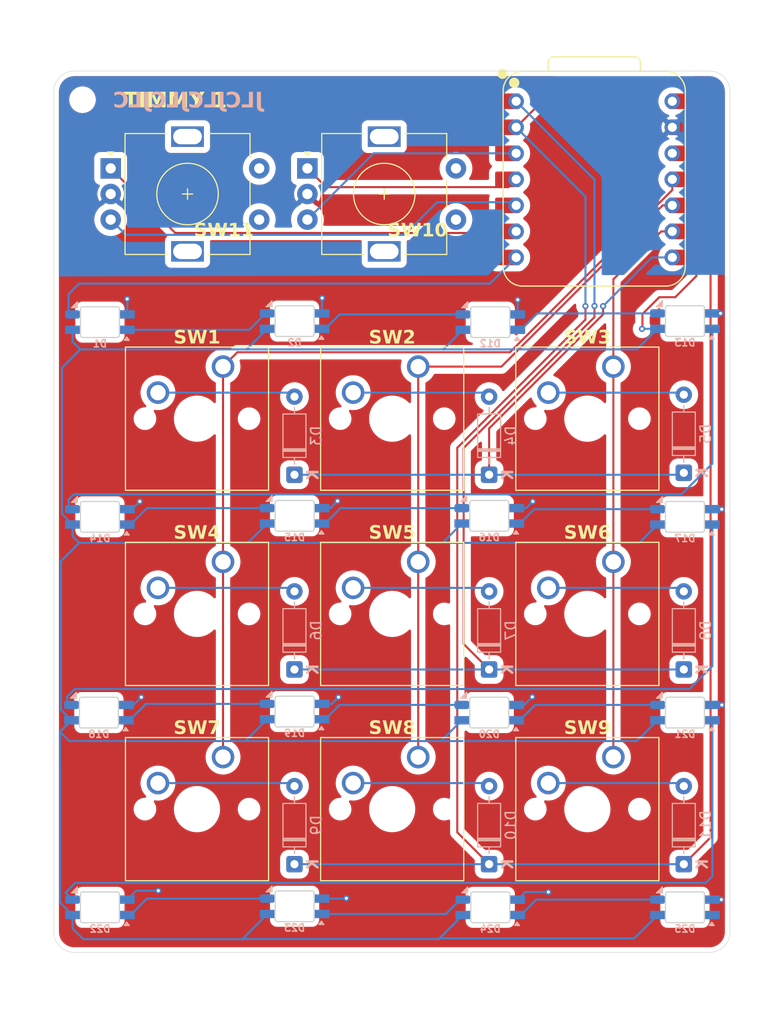
<source format=kicad_pcb>
(kicad_pcb (version 20241229) (generator "pcbnew") (generator_version "9.0")
  (layers (0 "F.Cu" signal) (4 "In1.Cu" signal) (6 "In2.Cu" signal) (2 "B.Cu" signal) (13 "F.Paste" user) (15 "B.Paste" user) (5 "F.SilkS" user "F.Silkscreen") (7 "B.SilkS" user "B.Silkscreen") (1 "F.Mask" user) (3 "B.Mask" user) (25 "Edge.Cuts" user))
  (net 0 "")
  (net 1 "Net-(D1-DOUT)")
  (net 2 "LED Array")
  (net 3 "GND")
  (net 4 "+5V")
  (net 5 "Net-(D12-DIN)")
  (net 6 "Row 0")
  (net 7 "Net-(D3-A)")
  (net 8 "Net-(D4-A)")
  (net 9 "Net-(D5-A)")
  (net 10 "Net-(D6-A)")
  (net 11 "Row 1")
  (net 12 "Net-(D7-A)")
  (net 13 "Net-(D8-A)")
  (net 14 "Net-(D9-A)")
  (net 15 "Row 2")
  (net 16 "Net-(D10-A)")
  (net 17 "Net-(D11-A)")
  (net 18 "Net-(D12-DOUT)")
  (net 19 "Net-(D13-DOUT)")
  (net 20 "Net-(D14-DOUT)")
  (net 21 "Net-(D15-DOUT)")
  (net 22 "Net-(D16-DOUT)")
  (net 23 "Net-(D20-DOUT)")
  (net 24 "Net-(D21-DOUT)")
  (net 25 "Net-(D17-DOUT)")
  (net 26 "Net-(D18-DOUT)")
  (net 27 "Net-(D19-DOUT)")
  (net 28 "Col 0")
  (net 29 "Col 1")
  (net 30 "Col 2")
  (net 31 "Net-(U1-GPIO29{slash}ADC3{slash}A3)")
  (net 32 "Net-(U1-GPIO28{slash}ADC2{slash}A2)")
  (net 37 "Net-(U1-GPIO7{slash}SCL)")
  (net 38 "Net-(U1-GPIO6{slash}SDA)")
  (net 40 "Net-(D22-DOUT)")
  (net 41 "Net-(D23-DOUT)")
  (net 42 "Net-(D24-DOUT)")
  (footprint "Button_Switch_Keyboard:SW_Cherry_MX_1.00u_PCB" (layer "F.Cu") (at 83.515 110.89125)
    (property "Reference" "SW4")
    (property "Value" "SW_Push")
  )
  (footprint "Button_Switch_Keyboard:SW_Cherry_MX_1.00u_PCB" (layer "F.Cu") (at 102.565 110.89125)
    (property "Reference" "SW5")
    (property "Value" "SW_Push")
  )
  (footprint "Button_Switch_Keyboard:SW_Cherry_MX_1.00u_PCB" (layer "F.Cu") (at 83.515 91.84125)
    (property "Reference" "SW1")
    (property "Value" "SW_Push")
  )
  (footprint "Rotary_Encoder:RotaryEncoder_Alps_EC11E-Switch_Vertical_H20mm" (layer "F.Cu") (at 91.75 72.5)
    (property "Reference" "SW10")
    (property "Value" "RotaryEncoder_Switch")
  )
  (footprint "Button_Switch_Keyboard:SW_Cherry_MX_1.00u_PCB" (layer "F.Cu") (at 121.615 129.94125)
    (property "Reference" "SW9")
    (property "Value" "SW_Push")
  )
  (footprint "Button_Switch_Keyboard:SW_Cherry_MX_1.00u_PCB" (layer "F.Cu") (at 83.515 129.94125)
    (property "Reference" "SW7")
    (property "Value" "SW_Push")
  )
  (footprint "MountingHole:MountingHole_2.1mm" (layer "F.Cu") (at 69.8 65.8)
    (property "Reference" "REF**" (hide yes))
    (property "Value" "MountingHole_2.1mm")
  )
  (footprint "OPL:XIAO-RP2040-DIP" (layer "F.Cu") (at 119.745 73.5685)
    (property "Reference" "U1" (hide yes))
    (property "Value" "XIAO-RP2040-DIP")
  )
  (footprint "Button_Switch_Keyboard:SW_Cherry_MX_1.00u_PCB" (layer "F.Cu") (at 102.565 91.84125)
    (property "Reference" "SW2")
    (property "Value" "SW_Push")
  )
  (footprint "Button_Switch_Keyboard:SW_Cherry_MX_1.00u_PCB" (layer "F.Cu") (at 102.565 129.94125)
    (property "Reference" "SW8")
    (property "Value" "SW_Push")
  )
  (footprint "Rotary_Encoder:RotaryEncoder_Alps_EC11E-Switch_Vertical_H20mm" (layer "F.Cu") (at 72.55 72.5)
    (property "Reference" "SW11")
    (property "Value" "RotaryEncoder_Switch")
  )
  (footprint "Button_Switch_Keyboard:SW_Cherry_MX_1.00u_PCB" (layer "F.Cu") (at 121.615 110.89125)
    (property "Reference" "SW6")
    (property "Value" "SW_Push")
  )
  (footprint "Button_Switch_Keyboard:SW_Cherry_MX_1.00u_PCB" (layer "F.Cu") (at 121.615 91.84125)
    (property "Reference" "SW3")
    (property "Value" "SW_Push")
  )
  (footprint "libraries:sk6812-mini-e" (layer "B.Cu") (at 128.6 125.6 180)
    (property "Reference" "D21")
    (property "Value" "SK6812MINI" (hide yes))
    (fp_line (start 1.9 1.3) (end 1.9 -1.3) (stroke (width 0.12)) (layer "Edge.Cuts"))
    (fp_line (start 1.7 -1.5) (end -1.7 -1.5) (stroke (width 0.12)) (layer "Edge.Cuts"))
    (fp_line (start -1.7 1.5) (end 1.7 1.5) (stroke (width 0.12)) (layer "Edge.Cuts"))
    (fp_line (start -1.9 -1.3) (end -1.9 1.3) (stroke (width 0.12)) (layer "Edge.Cuts"))
    (fp_arc (start 1.9 1.3) (mid 1.841421 1.441421) (end 1.7 1.5) (stroke (width 0.12)) (layer "Edge.Cuts"))
    (fp_arc (start 1.7 -1.5) (mid 1.841421 -1.441421) (end 1.9 -1.3) (stroke (width 0.12)) (layer "Edge.Cuts"))
    (fp_arc (start -1.7 1.5) (mid -1.841421 1.441421) (end -1.9 1.3) (stroke (width 0.12)) (layer "Edge.Cuts"))
    (fp_arc (start -1.9 -1.3) (mid -1.841421 -1.441421) (end -1.7 -1.5) (stroke (width 0.12)) (layer "Edge.Cuts"))
  )
  (footprint "libraries:sk6812-mini-e" (layer "B.Cu") (at 109.6 144.6 180)
    (property "Reference" "D24")
    (property "Value" "SK6812MINI" (hide yes))
    (fp_line (start 1.9 1.3) (end 1.9 -1.3) (stroke (width 0.12)) (layer "Edge.Cuts"))
    (fp_line (start 1.7 -1.5) (end -1.7 -1.5) (stroke (width 0.12)) (layer "Edge.Cuts"))
    (fp_line (start -1.7 1.5) (end 1.7 1.5) (stroke (width 0.12)) (layer "Edge.Cuts"))
    (fp_line (start -1.9 -1.3) (end -1.9 1.3) (stroke (width 0.12)) (layer "Edge.Cuts"))
    (fp_arc (start 1.9 1.3) (mid 1.841421 1.441421) (end 1.7 1.5) (stroke (width 0.12)) (layer "Edge.Cuts"))
    (fp_arc (start 1.7 -1.5) (mid 1.841421 -1.441421) (end 1.9 -1.3) (stroke (width 0.12)) (layer "Edge.Cuts"))
    (fp_arc (start -1.7 1.5) (mid -1.841421 1.441421) (end -1.9 1.3) (stroke (width 0.12)) (layer "Edge.Cuts"))
    (fp_arc (start -1.9 -1.3) (mid -1.841421 -1.441421) (end -1.7 -1.5) (stroke (width 0.12)) (layer "Edge.Cuts"))
  )
  (footprint "libraries:sk6812-mini-e" (layer "B.Cu") (at 128.6 87.4 180)
    (property "Reference" "D13")
    (property "Value" "SK6812MINI" (hide yes))
    (fp_line (start 1.9 1.3) (end 1.9 -1.3) (stroke (width 0.12)) (layer "Edge.Cuts"))
    (fp_line (start 1.7 -1.5) (end -1.7 -1.5) (stroke (width 0.12)) (layer "Edge.Cuts"))
    (fp_line (start -1.7 1.5) (end 1.7 1.5) (stroke (width 0.12)) (layer "Edge.Cuts"))
    (fp_line (start -1.9 -1.3) (end -1.9 1.3) (stroke (width 0.12)) (layer "Edge.Cuts"))
    (fp_arc (start 1.9 1.3) (mid 1.841421 1.441421) (end 1.7 1.5) (stroke (width 0.12)) (layer "Edge.Cuts"))
    (fp_arc (start 1.7 -1.5) (mid 1.841421 -1.441421) (end 1.9 -1.3) (stroke (width 0.12)) (layer "Edge.Cuts"))
    (fp_arc (start -1.7 1.5) (mid -1.841421 1.441421) (end -1.9 1.3) (stroke (width 0.12)) (layer "Edge.Cuts"))
    (fp_arc (start -1.9 -1.3) (mid -1.841421 -1.441421) (end -1.7 -1.5) (stroke (width 0.12)) (layer "Edge.Cuts"))
  )
  (footprint "libraries:sk6812-mini-e" (layer "B.Cu") (at 109.5 125.6 180)
    (property "Reference" "D20")
    (property "Value" "SK6812MINI" (hide yes))
    (fp_line (start 1.9 1.3) (end 1.9 -1.3) (stroke (width 0.12)) (layer "Edge.Cuts"))
    (fp_line (start 1.7 -1.5) (end -1.7 -1.5) (stroke (width 0.12)) (layer "Edge.Cuts"))
    (fp_line (start -1.7 1.5) (end 1.7 1.5) (stroke (width 0.12)) (layer "Edge.Cuts"))
    (fp_line (start -1.9 -1.3) (end -1.9 1.3) (stroke (width 0.12)) (layer "Edge.Cuts"))
    (fp_arc (start 1.9 1.3) (mid 1.841421 1.441421) (end 1.7 1.5) (stroke (width 0.12)) (layer "Edge.Cuts"))
    (fp_arc (start 1.7 -1.5) (mid 1.841421 -1.441421) (end 1.9 -1.3) (stroke (width 0.12)) (layer "Edge.Cuts"))
    (fp_arc (start -1.7 1.5) (mid -1.841421 1.441421) (end -1.9 1.3) (stroke (width 0.12)) (layer "Edge.Cuts"))
    (fp_arc (start -1.9 -1.3) (mid -1.841421 -1.441421) (end -1.7 -1.5) (stroke (width 0.12)) (layer "Edge.Cuts"))
  )
  (footprint "Diode_THT:D_DO-35_SOD27_P7.62mm_Horizontal" (layer "B.Cu") (at 90.4875 102.39375 90)
    (property "Reference" "D3")
    (property "Value" "1N4148")
  )
  (footprint "libraries:sk6812-mini-e" (layer "B.Cu") (at 71.4 125.6 180)
    (property "Reference" "D18")
    (property "Value" "SK6812MINI" (hide yes))
    (fp_line (start 1.9 1.3) (end 1.9 -1.3) (stroke (width 0.12)) (layer "Edge.Cuts"))
    (fp_line (start 1.7 -1.5) (end -1.7 -1.5) (stroke (width 0.12)) (layer "Edge.Cuts"))
    (fp_line (start -1.7 1.5) (end 1.7 1.5) (stroke (width 0.12)) (layer "Edge.Cuts"))
    (fp_line (start -1.9 -1.3) (end -1.9 1.3) (stroke (width 0.12)) (layer "Edge.Cuts"))
    (fp_arc (start 1.9 1.3) (mid 1.841421 1.441421) (end 1.7 1.5) (stroke (width 0.12)) (layer "Edge.Cuts"))
    (fp_arc (start 1.7 -1.5) (mid 1.841421 -1.441421) (end 1.9 -1.3) (stroke (width 0.12)) (layer "Edge.Cuts"))
    (fp_arc (start -1.7 1.5) (mid -1.841421 1.441421) (end -1.9 1.3) (stroke (width 0.12)) (layer "Edge.Cuts"))
    (fp_arc (start -1.9 -1.3) (mid -1.841421 -1.441421) (end -1.7 -1.5) (stroke (width 0.12)) (layer "Edge.Cuts"))
  )
  (footprint "libraries:sk6812-mini-e" (layer "B.Cu") (at 109.5 106.4 180)
    (property "Reference" "D16")
    (property "Value" "SK6812MINI" (hide yes))
    (fp_line (start 1.9 1.3) (end 1.9 -1.3) (stroke (width 0.12)) (layer "Edge.Cuts"))
    (fp_line (start 1.7 -1.5) (end -1.7 -1.5) (stroke (width 0.12)) (layer "Edge.Cuts"))
    (fp_line (start -1.7 1.5) (end 1.7 1.5) (stroke (width 0.12)) (layer "Edge.Cuts"))
    (fp_line (start -1.9 -1.3) (end -1.9 1.3) (stroke (width 0.12)) (layer "Edge.Cuts"))
    (fp_arc (start 1.9 1.3) (mid 1.841421 1.441421) (end 1.7 1.5) (stroke (width 0.12)) (layer "Edge.Cuts"))
    (fp_arc (start 1.7 -1.5) (mid 1.841421 -1.441421) (end 1.9 -1.3) (stroke (width 0.12)) (layer "Edge.Cuts"))
    (fp_arc (start -1.7 1.5) (mid -1.841421 1.441421) (end -1.9 1.3) (stroke (width 0.12)) (layer "Edge.Cuts"))
    (fp_arc (start -1.9 -1.3) (mid -1.841421 -1.441421) (end -1.7 -1.5) (stroke (width 0.12)) (layer "Edge.Cuts"))
  )
  (footprint "libraries:sk6812-mini-e" (layer "B.Cu") (at 90.5 144.5 180)
    (property "Reference" "D23")
    (property "Value" "SK6812MINI" (hide yes))
    (fp_line (start 1.9 1.3) (end 1.9 -1.3) (stroke (width 0.12)) (layer "Edge.Cuts"))
    (fp_line (start 1.7 -1.5) (end -1.7 -1.5) (stroke (width 0.12)) (layer "Edge.Cuts"))
    (fp_line (start -1.7 1.5) (end 1.7 1.5) (stroke (width 0.12)) (layer "Edge.Cuts"))
    (fp_line (start -1.9 -1.3) (end -1.9 1.3) (stroke (width 0.12)) (layer "Edge.Cuts"))
    (fp_arc (start 1.9 1.3) (mid 1.841421 1.441421) (end 1.7 1.5) (stroke (width 0.12)) (layer "Edge.Cuts"))
    (fp_arc (start 1.7 -1.5) (mid 1.841421 -1.441421) (end 1.9 -1.3) (stroke (width 0.12)) (layer "Edge.Cuts"))
    (fp_arc (start -1.7 1.5) (mid -1.841421 1.441421) (end -1.9 1.3) (stroke (width 0.12)) (layer "Edge.Cuts"))
    (fp_arc (start -1.9 -1.3) (mid -1.841421 -1.441421) (end -1.7 -1.5) (stroke (width 0.12)) (layer "Edge.Cuts"))
  )
  (footprint "libraries:sk6812-mini-e" (layer "B.Cu") (at 90.5 87.4 180)
    (property "Reference" "D2")
    (property "Value" "SK6812MINI" (hide yes))
    (fp_line (start 1.9 1.3) (end 1.9 -1.3) (stroke (width 0.12)) (layer "Edge.Cuts"))
    (fp_line (start 1.7 -1.5) (end -1.7 -1.5) (stroke (width 0.12)) (layer "Edge.Cuts"))
    (fp_line (start -1.7 1.5) (end 1.7 1.5) (stroke (width 0.12)) (layer "Edge.Cuts"))
    (fp_line (start -1.9 -1.3) (end -1.9 1.3) (stroke (width 0.12)) (layer "Edge.Cuts"))
    (fp_arc (start 1.9 1.3) (mid 1.841421 1.441421) (end 1.7 1.5) (stroke (width 0.12)) (layer "Edge.Cuts"))
    (fp_arc (start 1.7 -1.5) (mid 1.841421 -1.441421) (end 1.9 -1.3) (stroke (width 0.12)) (layer "Edge.Cuts"))
    (fp_arc (start -1.7 1.5) (mid -1.841421 1.441421) (end -1.9 1.3) (stroke (width 0.12)) (layer "Edge.Cuts"))
    (fp_arc (start -1.9 -1.3) (mid -1.841421 -1.441421) (end -1.7 -1.5) (stroke (width 0.12)) (layer "Edge.Cuts"))
  )
  (footprint "libraries:sk6812-mini-e" (layer "B.Cu") (at 90.5 106.4 180)
    (property "Reference" "D15")
    (property "Value" "SK6812MINI" (hide yes))
    (fp_line (start 1.9 1.3) (end 1.9 -1.3) (stroke (width 0.12)) (layer "Edge.Cuts"))
    (fp_line (start 1.7 -1.5) (end -1.7 -1.5) (stroke (width 0.12)) (layer "Edge.Cuts"))
    (fp_line (start -1.7 1.5) (end 1.7 1.5) (stroke (width 0.12)) (layer "Edge.Cuts"))
    (fp_line (start -1.9 -1.3) (end -1.9 1.3) (stroke (width 0.12)) (layer "Edge.Cuts"))
    (fp_arc (start 1.9 1.3) (mid 1.841421 1.441421) (end 1.7 1.5) (stroke (width 0.12)) (layer "Edge.Cuts"))
    (fp_arc (start 1.7 -1.5) (mid 1.841421 -1.441421) (end 1.9 -1.3) (stroke (width 0.12)) (layer "Edge.Cuts"))
    (fp_arc (start -1.7 1.5) (mid -1.841421 1.441421) (end -1.9 1.3) (stroke (width 0.12)) (layer "Edge.Cuts"))
    (fp_arc (start -1.9 -1.3) (mid -1.841421 -1.441421) (end -1.7 -1.5) (stroke (width 0.12)) (layer "Edge.Cuts"))
  )
  (footprint "libraries:sk6812-mini-e" (layer "B.Cu") (at 90.5 125.5 180)
    (property "Reference" "D19")
    (property "Value" "SK6812MINI" (hide yes))
    (fp_line (start 1.9 1.3) (end 1.9 -1.3) (stroke (width 0.12)) (layer "Edge.Cuts"))
    (fp_line (start 1.7 -1.5) (end -1.7 -1.5) (stroke (width 0.12)) (layer "Edge.Cuts"))
    (fp_line (start -1.7 1.5) (end 1.7 1.5) (stroke (width 0.12)) (layer "Edge.Cuts"))
    (fp_line (start -1.9 -1.3) (end -1.9 1.3) (stroke (width 0.12)) (layer "Edge.Cuts"))
    (fp_arc (start 1.9 1.3) (mid 1.841421 1.441421) (end 1.7 1.5) (stroke (width 0.12)) (layer "Edge.Cuts"))
    (fp_arc (start 1.7 -1.5) (mid 1.841421 -1.441421) (end 1.9 -1.3) (stroke (width 0.12)) (layer "Edge.Cuts"))
    (fp_arc (start -1.7 1.5) (mid -1.841421 1.441421) (end -1.9 1.3) (stroke (width 0.12)) (layer "Edge.Cuts"))
    (fp_arc (start -1.9 -1.3) (mid -1.841421 -1.441421) (end -1.7 -1.5) (stroke (width 0.12)) (layer "Edge.Cuts"))
  )
  (footprint "Diode_THT:D_DO-35_SOD27_P7.62mm_Horizontal" (layer "B.Cu") (at 109.4875 102.39375 90)
    (property "Reference" "D4")
    (property "Value" "1N4148")
  )
  (footprint "Diode_THT:D_DO-35_SOD27_P7.62mm_Horizontal" (layer "B.Cu") (at 128.4875 102.20375 90)
    (property "Reference" "D5")
    (property "Value" "1N4148")
  )
  (footprint "Diode_THT:D_DO-35_SOD27_P7.62mm_Horizontal" (layer "B.Cu") (at 109.4875 140.39375 90)
    (property "Reference" "D10")
    (property "Value" "1N4148")
  )
  (footprint "libraries:sk6812-mini-e" (layer "B.Cu") (at 109.6 87.5 180)
    (property "Reference" "D12")
    (property "Value" "SK6812MINI" (hide yes))
    (fp_line (start 1.9 1.3) (end 1.9 -1.3) (stroke (width 0.12)) (layer "Edge.Cuts"))
    (fp_line (start 1.7 -1.5) (end -1.7 -1.5) (stroke (width 0.12)) (layer "Edge.Cuts"))
    (fp_line (start -1.7 1.5) (end 1.7 1.5) (stroke (width 0.12)) (layer "Edge.Cuts"))
    (fp_line (start -1.9 -1.3) (end -1.9 1.3) (stroke (width 0.12)) (layer "Edge.Cuts"))
    (fp_arc (start 1.9 1.3) (mid 1.841421 1.441421) (end 1.7 1.5) (stroke (width 0.12)) (layer "Edge.Cuts"))
    (fp_arc (start 1.7 -1.5) (mid 1.841421 -1.441421) (end 1.9 -1.3) (stroke (width 0.12)) (layer "Edge.Cuts"))
    (fp_arc (start -1.7 1.5) (mid -1.841421 1.441421) (end -1.9 1.3) (stroke (width 0.12)) (layer "Edge.Cuts"))
    (fp_arc (start -1.9 -1.3) (mid -1.841421 -1.441421) (end -1.7 -1.5) (stroke (width 0.12)) (layer "Edge.Cuts"))
  )
  (footprint "libraries:sk6812-mini-e" (layer "B.Cu") (at 71.5 106.5 180)
    (property "Reference" "D14")
    (property "Value" "SK6812MINI" (hide yes))
    (fp_line (start 1.9 1.3) (end 1.9 -1.3) (stroke (width 0.12)) (layer "Edge.Cuts"))
    (fp_line (start 1.7 -1.5) (end -1.7 -1.5) (stroke (width 0.12)) (layer "Edge.Cuts"))
    (fp_line (start -1.7 1.5) (end 1.7 1.5) (stroke (width 0.12)) (layer "Edge.Cuts"))
    (fp_line (start -1.9 -1.3) (end -1.9 1.3) (stroke (width 0.12)) (layer "Edge.Cuts"))
    (fp_arc (start 1.9 1.3) (mid 1.841421 1.441421) (end 1.7 1.5) (stroke (width 0.12)) (layer "Edge.Cuts"))
    (fp_arc (start 1.7 -1.5) (mid 1.841421 -1.441421) (end 1.9 -1.3) (stroke (width 0.12)) (layer "Edge.Cuts"))
    (fp_arc (start -1.7 1.5) (mid -1.841421 1.441421) (end -1.9 1.3) (stroke (width 0.12)) (layer "Edge.Cuts"))
    (fp_arc (start -1.9 -1.3) (mid -1.841421 -1.441421) (end -1.7 -1.5) (stroke (width 0.12)) (layer "Edge.Cuts"))
  )
  (footprint "Diode_THT:D_DO-35_SOD27_P7.62mm_Horizontal" (layer "B.Cu") (at 90.4875 121.39375 90)
    (property "Reference" "D6")
    (property "Value" "1N4148")
  )
  (footprint "libraries:sk6812-mini-e" (layer "B.Cu") (at 128.6 144.6 180)
    (property "Reference" "D25")
    (property "Value" "SK6812MINI" (hide yes))
    (fp_line (start 1.9 1.3) (end 1.9 -1.3) (stroke (width 0.12)) (layer "Edge.Cuts"))
    (fp_line (start 1.7 -1.5) (end -1.7 -1.5) (stroke (width 0.12)) (layer "Edge.Cuts"))
    (fp_line (start -1.7 1.5) (end 1.7 1.5) (stroke (width 0.12)) (layer "Edge.Cuts"))
    (fp_line (start -1.9 -1.3) (end -1.9 1.3) (stroke (width 0.12)) (layer "Edge.Cuts"))
    (fp_arc (start 1.9 1.3) (mid 1.841421 1.441421) (end 1.7 1.5) (stroke (width 0.12)) (layer "Edge.Cuts"))
    (fp_arc (start 1.7 -1.5) (mid 1.841421 -1.441421) (end 1.9 -1.3) (stroke (width 0.12)) (layer "Edge.Cuts"))
    (fp_arc (start -1.7 1.5) (mid -1.841421 1.441421) (end -1.9 1.3) (stroke (width 0.12)) (layer "Edge.Cuts"))
    (fp_arc (start -1.9 -1.3) (mid -1.841421 -1.441421) (end -1.7 -1.5) (stroke (width 0.12)) (layer "Edge.Cuts"))
  )
  (footprint "Diode_THT:D_DO-35_SOD27_P7.62mm_Horizontal" (layer "B.Cu") (at 109.4875 121.39375 90)
    (property "Reference" "D7")
    (property "Value" "1N4148")
  )
  (footprint "libraries:sk6812-mini-e" (layer "B.Cu") (at 128.6 106.5 180)
    (property "Reference" "D17")
    (property "Value" "SK6812MINI" (hide yes))
    (fp_line (start 1.9 1.3) (end 1.9 -1.3) (stroke (width 0.12)) (layer "Edge.Cuts"))
    (fp_line (start 1.7 -1.5) (end -1.7 -1.5) (stroke (width 0.12)) (layer "Edge.Cuts"))
    (fp_line (start -1.7 1.5) (end 1.7 1.5) (stroke (width 0.12)) (layer "Edge.Cuts"))
    (fp_line (start -1.9 -1.3) (end -1.9 1.3) (stroke (width 0.12)) (layer "Edge.Cuts"))
    (fp_arc (start 1.9 1.3) (mid 1.841421 1.441421) (end 1.7 1.5) (stroke (width 0.12)) (layer "Edge.Cuts"))
    (fp_arc (start 1.7 -1.5) (mid 1.841421 -1.441421) (end 1.9 -1.3) (stroke (width 0.12)) (layer "Edge.Cuts"))
    (fp_arc (start -1.7 1.5) (mid -1.841421 1.441421) (end -1.9 1.3) (stroke (width 0.12)) (layer "Edge.Cuts"))
    (fp_arc (start -1.9 -1.3) (mid -1.841421 -1.441421) (end -1.7 -1.5) (stroke (width 0.12)) (layer "Edge.Cuts"))
  )
  (footprint "Diode_THT:D_DO-35_SOD27_P7.62mm_Horizontal" (layer "B.Cu") (at 128.4875 140.39375 90)
    (property "Reference" "D11")
    (property "Value" "1N4148")
  )
  (footprint "Diode_THT:D_DO-35_SOD27_P7.62mm_Horizontal" (layer "B.Cu") (at 128.4875 121.39375 90)
    (property "Reference" "D8")
    (property "Value" "1N4148")
  )
  (footprint "libraries:sk6812-mini-e" (layer "B.Cu") (at 71.5 144.6 180)
    (property "Reference" "D22")
    (property "Value" "SK6812MINI" (hide yes))
    (fp_line (start 1.9 1.3) (end 1.9 -1.3) (stroke (width 0.12)) (layer "Edge.Cuts"))
    (fp_line (start 1.7 -1.5) (end -1.7 -1.5) (stroke (width 0.12)) (layer "Edge.Cuts"))
    (fp_line (start -1.7 1.5) (end 1.7 1.5) (stroke (width 0.12)) (layer "Edge.Cuts"))
    (fp_line (start -1.9 -1.3) (end -1.9 1.3) (stroke (width 0.12)) (layer "Edge.Cuts"))
    (fp_arc (start 1.9 1.3) (mid 1.841421 1.441421) (end 1.7 1.5) (stroke (width 0.12)) (layer "Edge.Cuts"))
    (fp_arc (start 1.7 -1.5) (mid 1.841421 -1.441421) (end 1.9 -1.3) (stroke (width 0.12)) (layer "Edge.Cuts"))
    (fp_arc (start -1.7 1.5) (mid -1.841421 1.441421) (end -1.9 1.3) (stroke (width 0.12)) (layer "Edge.Cuts"))
    (fp_arc (start -1.9 -1.3) (mid -1.841421 -1.441421) (end -1.7 -1.5) (stroke (width 0.12)) (layer "Edge.Cuts"))
  )
  (footprint "libraries:sk6812-mini-e" (layer "B.Cu") (at 71.5 87.5 180)
    (property "Reference" "D1")
    (property "Value" "SK6812MINI" (hide yes))
    (fp_line (start 1.9 1.3) (end 1.9 -1.3) (stroke (width 0.12)) (layer "Edge.Cuts"))
    (fp_line (start 1.7 -1.5) (end -1.7 -1.5) (stroke (width 0.12)) (layer "Edge.Cuts"))
    (fp_line (start -1.7 1.5) (end 1.7 1.5) (stroke (width 0.12)) (layer "Edge.Cuts"))
    (fp_line (start -1.9 -1.3) (end -1.9 1.3) (stroke (width 0.12)) (layer "Edge.Cuts"))
    (fp_arc (start 1.9 1.3) (mid 1.841421 1.441421) (end 1.7 1.5) (stroke (width 0.12)) (layer "Edge.Cuts"))
    (fp_arc (start 1.7 -1.5) (mid 1.841421 -1.441421) (end 1.9 -1.3) (stroke (width 0.12)) (layer "Edge.Cuts"))
    (fp_arc (start -1.7 1.5) (mid -1.841421 1.441421) (end -1.9 1.3) (stroke (width 0.12)) (layer "Edge.Cuts"))
    (fp_arc (start -1.9 -1.3) (mid -1.841421 -1.441421) (end -1.7 -1.5) (stroke (width 0.12)) (layer "Edge.Cuts"))
  )
  (footprint "Diode_THT:D_DO-35_SOD27_P7.62mm_Horizontal" (layer "B.Cu") (at 90.4875 140.39375 90)
    (property "Reference" "D9")
    (property "Value" "1N4148")
  )
  (gr_line (start 67 147) (end 67 65) (stroke (width 0.05)) (layer "Edge.Cuts"))
  (gr_line (start 131 149) (end 69 149) (stroke (width 0.05)) (layer "Edge.Cuts"))
  (gr_arc (start 133 147) (mid 132.414214 148.414214) (end 131 149) (stroke (width 0.05)) (layer "Edge.Cuts"))
  (gr_line (start 69 63) (end 131 63) (stroke (width 0.05)) (layer "Edge.Cuts"))
  (gr_line (start 133 65) (end 133 147) (stroke (width 0.05)) (layer "Edge.Cuts"))
  (gr_arc (start 131 63) (mid 132.414214 63.585786) (end 133 65) (stroke (width 0.05)) (layer "Edge.Cuts"))
  (gr_arc (start 69 149) (mid 67.585786 148.414214) (end 67 147) (stroke (width 0.05)) (layer "Edge.Cuts"))
  (gr_arc (start 67 65) (mid 67.585786 63.585786) (end 69 63) (stroke (width 0.05)) (layer "Edge.Cuts"))
  (gr_text "TIMMY 1" (at 73.8 66.8 0) (layer "F.SilkS") (effects (font (size 1.5 1.5) (thickness 0.375)) (justify left bottom)))
  (gr_text "JLCJLCJLCJLC" (at 87.41 66.81 0) (layer "B.SilkS") (effects (font (size 1.5 1.5) (thickness 0.1875)) (justify left bottom mirror)))
  (segment (start 74.175 88.25) (end 86.072892 88.25) (width 0.2) (layer "B.Cu") (net 1))
  (segment (start 87.672892 86.65) (end 87.825 86.65) (width 0.2) (layer "B.Cu") (net 1))
  (segment (start 86.072892 88.25) (end 87.672892 86.65) (width 0.2) (layer "B.Cu") (net 1))
  (segment (start 112.125 81.1885) (end 109.5735 83.74) (width 0.2) (layer "B.Cu") (net 2))
  (segment (start 68.445 84.765) (end 68.445 86.37) (width 0.2) (layer "B.Cu") (net 2))
  (segment (start 68.445 86.37) (end 68.825 86.75) (width 0.2) (layer "B.Cu") (net 2))
  (segment (start 109.5735 83.74) (end 69.47 83.74) (width 0.2) (layer "B.Cu") (net 2))
  (segment (start 69.47 83.74) (end 68.445 84.765) (width 0.2) (layer "B.Cu") (net 2))
  (via (at 93.19 85.15) (size 0.6) (drill 0.3) (layers "F.Cu" "B.Cu") (net 3))
  (via (at 75.54 124.1) (size 0.6) (drill 0.3) (layers "F.Cu" "B.Cu") (net 3))
  (via (at 113.7 124.07) (size 0.6) (drill 0.3) (layers "F.Cu" "B.Cu") (net 3))
  (via (at 94.78 124.1) (size 0.6) (drill 0.3) (layers "F.Cu" "B.Cu") (net 3))
  (via (at 94.69 104.96) (size 0.6) (drill 0.3) (layers "F.Cu" "B.Cu") (net 3))
  (via (at 132.07 86.65) (size 0.6) (drill 0.3) (layers "F.Cu" "B.Cu") (net 3))
  (via (at 74.16 85.24) (size 0.6) (drill 0.3) (layers "F.Cu" "B.Cu") (net 3))
  (via (at 113.75 105) (size 0.6) (drill 0.3) (layers "F.Cu" "B.Cu") (net 3))
  (via (at 75.39 105) (size 0.6) (drill 0.3) (layers "F.Cu" "B.Cu") (net 3))
  (via (at 132.2 124.86) (size 0.6) (drill 0.3) (layers "F.Cu" "B.Cu") (net 3))
  (via (at 115.27 143.11) (size 0.6) (drill 0.3) (layers "F.Cu" "B.Cu") (net 3))
  (via (at 112.28 85.32) (size 0.6) (drill 0.3) (layers "F.Cu" "B.Cu") (net 3))
  (via (at 132.15 143.85) (size 0.6) (drill 0.3) (layers "F.Cu" "B.Cu") (net 3))
  (via (at 95.55 143.72) (size 0.6) (drill 0.3) (layers "F.Cu" "B.Cu") (net 3))
  (via (at 132.19 105.76) (size 0.6) (drill 0.3) (layers "F.Cu" "B.Cu") (net 3))
  (via (at 77.2 142.98) (size 0.6) (drill 0.3) (layers "F.Cu" "B.Cu") (net 3))
  (segment (start 94.13 124.75) (end 94.78 124.1) (width 0.2) (layer "B.Cu") (net 3))
  (segment (start 112.275 85.325) (end 112.28 85.32) (width 0.2) (layer "B.Cu") (net 3))
  (segment (start 131.275 105.75) (end 131.285 105.76) (width 0.2) (layer "B.Cu") (net 3))
  (segment (start 112.275 86.75) (end 112.275 85.325) (width 0.2) (layer "B.Cu") (net 3))
  (segment (start 74.175 143.85) (end 75.045 142.98) (width 0.2) (layer "B.Cu") (net 3))
  (segment (start 112.92 124.85) (end 113.7 124.07) (width 0.2) (layer "B.Cu") (net 3))
  (segment (start 74.175 105.75) (end 74.64 105.75) (width 0.2) (layer "B.Cu") (net 3))
  (segment (start 74.64 105.75) (end 75.39 105) (width 0.2) (layer "B.Cu") (net 3))
  (segment (start 113.1 105.65) (end 113.75 105) (width 0.2) (layer "B.Cu") (net 3))
  (segment (start 112.275 143.85) (end 113.015 143.11) (width 0.2) (layer "B.Cu") (net 3))
  (segment (start 94 105.65) (end 94.69 104.96) (width 0.2) (layer "B.Cu") (net 3))
  (segment (start 113.015 143.11) (end 115.27 143.11) (width 0.2) (layer "B.Cu") (net 3))
  (segment (start 132.15 143.85) (end 131.275 143.85) (width 0.2) (layer "B.Cu") (net 3))
  (segment (start 93.175 143.75) (end 95.52 143.75) (width 0.2) (layer "B.Cu") (net 3))
  (segment (start 74.175 86.75) (end 74.175 85.255) (width 0.2) (layer "B.Cu") (net 3))
  (segment (start 112.175 124.85) (end 112.92 124.85) (width 0.2) (layer "B.Cu") (net 3))
  (segment (start 131.275 124.85) (end 131.285 124.86) (width 0.2) (layer "B.Cu") (net 3))
  (segment (start 93.175 85.165) (end 93.19 85.15) (width 0.2) (layer "B.Cu") (net 3))
  (segment (start 74.79 124.85) (end 75.54 124.1) (width 0.2) (layer "B.Cu") (net 3))
  (segment (start 93.175 86.65) (end 93.175 85.165) (width 0.2) (layer "B.Cu") (net 3))
  (segment (start 74.075 124.85) (end 74.79 124.85) (width 0.2) (layer "B.Cu") (net 3))
  (segment (start 95.52 143.75) (end 95.55 143.72) (width 0.2) (layer "B.Cu") (net 3))
  (segment (start 93.175 105.65) (end 94 105.65) (width 0.2) (layer "B.Cu") (net 3))
  (segment (start 112.175 105.65) (end 113.1 105.65) (width 0.2) (layer "B.Cu") (net 3))
  (segment (start 75.045 142.98) (end 77.2 142.98) (width 0.2) (layer "B.Cu") (net 3))
  (segment (start 131.285 124.86) (end 132.2 124.86) (width 0.2) (layer "B.Cu") (net 3))
  (segment (start 93.175 124.75) (end 94.13 124.75) (width 0.2) (layer "B.Cu") (net 3))
  (segment (start 131.275 86.65) (end 132.07 86.65) (width 0.2) (layer "B.Cu") (net 3))
  (segment (start 74.175 85.255) (end 74.16 85.24) (width 0.2) (layer "B.Cu") (net 3))
  (segment (start 131.285 105.76) (end 132.19 105.76) (width 0.2) (layer "B.Cu") (net 3))
  (segment (start 129.717 67.4655) (end 128.2 65.9485) (width 0.2) (layer "F.Cu") (net 4))
  (segment (start 126.09 85.07) (end 127.65 85.07) (width 0.2) (layer "F.Cu") (net 4))
  (segment (start 129.717 83.003) (end 129.717 67.4655) (width 0.2) (layer "F.Cu") (net 4))
  (segment (start 127.65 85.07) (end 129.717 83.003) (width 0.2) (layer "F.Cu") (net 4))
  (segment (start 124.45 86.71) (end 126.09 85.07) (width 0.2) (layer "F.Cu") (net 4))
  (segment (start 128.2 65.9485) (end 127.365 65.9485) (width 0.2) (layer "F.Cu") (net 4))
  (segment (start 124.41 88.16) (end 124.45 88.12) (width 0.2) (layer "F.Cu") (net 4))
  (segment (start 124.45 88.12) (end 124.45 86.71) (width 0.2) (layer "F.Cu") (net 4))
  (via (at 124.41 88.16) (size 0.6) (drill 0.3) (layers "F.Cu" "B.Cu") (net 4))
  (segment (start 105.015 90.16) (end 123.915 90.16) (width 0.2) (layer "B.Cu") (net 4))
  (segment (start 104.935 109.04) (end 106.825 107.15) (width 0.2) (layer "B.Cu") (net 4))
  (segment (start 104.795 128.38) (end 106.825 126.35) (width 0.2) (layer "B.Cu") (net 4))
  (segment (start 67.799 106.224) (end 68.825 107.25) (width 0.2) (layer "B.Cu") (net 4))
  (segment (start 125.925 88.15) (end 124.42 88.15) (width 0.2) (layer "B.Cu") (net 4))
  (segment (start 68.825 107.25) (end 68.825 108.395) (width 0.2) (layer "B.Cu") (net 4))
  (segment (start 67.61 144.135) (end 68.825 145.35) (width 0.2) (layer "B.Cu") (net 4))
  (segment (start 87.825 126.25) (end 85.695 128.38) (width 0.2) (layer "B.Cu") (net 4))
  (segment (start 67.699 125.324) (end 68.725 126.35) (width 0.2) (layer "B.Cu") (net 4))
  (segment (start 69.47 109.04) (end 85.935 109.04) (width 0.2) (layer "B.Cu") (net 4))
  (segment (start 69.59 90.16) (end 67.799 91.951) (width 0.2) (layer "B.Cu") (net 4))
  (segment (start 85.695 128.38) (end 68.507 128.38) (width 0.2) (layer "B.Cu") (net 4))
  (segment (start 125.895 145.32) (end 125.925 145.35) (width 0.2) (layer "B.Cu") (net 4))
  (segment (start 124.135 109.04) (end 125.925 107.25) (width 0.2) (layer "B.Cu") (net 4))
  (segment (start 68.825 145.35) (end 68.825 146.655) (width 0.2) (layer "B.Cu") (net 4))
  (segment (start 104.935 109.04) (end 124.135 109.04) (width 0.2) (layer "B.Cu") (net 4))
  (segment (start 85.815 90.16) (end 105.015 90.16) (width 0.2) (layer "B.Cu") (net 4))
  (segment (start 104.6525 147.6225) (end 106.925 145.35) (width 0.2) (layer "B.Cu") (net 4))
  (segment (start 85.4 147.71) (end 85.415 147.695) (width 0.2) (layer "B.Cu") (net 4))
  (segment (start 67.601 130.411) (end 67.61 130.42) (width 0.2) (layer "B.Cu") (net 4))
  (segment (start 104.795 128.38) (end 123.895 128.38) (width 0.2) (layer "B.Cu") (net 4))
  (segment (start 85.415 147.695) (end 104.58 147.695) (width 0.2) (layer "B.Cu") (net 4))
  (segment (start 85.415 147.695) (end 87.825 145.285) (width 0.2) (layer "B.Cu") (net 4))
  (segment (start 104.6525 147.6225) (end 123.6525 147.6225) (width 0.2) (layer "B.Cu") (net 4))
  (segment (start 67.799 91.951) (end 67.799 106.224) (width 0.2) (layer "B.Cu") (net 4))
  (segment (start 67.699 110.811) (end 67.699 125.324) (width 0.2) (layer "B.Cu") (net 4))
  (segment (start 123.6525 147.6225) (end 125.925 145.35) (width 0.2) (layer "B.Cu") (net 4))
  (segment (start 68.825 146.655) (end 69.88 147.71) (width 0.2) (layer "B.Cu") (net 4))
  (segment (start 124.42 88.15) (end 124.41 88.16) (width 0.2) (layer "B.Cu") (net 4))
  (segment (start 123.915 90.16) (end 125.925 88.15) (width 0.2) (layer "B.Cu") (net 4))
  (segment (start 69.59 90.16) (end 68.825 89.395) (width 0.2) (layer "B.Cu") (net 4))
  (segment (start 68.825 89.395) (end 68.825 88.25) (width 0.2) (layer "B.Cu") (net 4))
  (segment (start 87.825 145.285) (end 87.825 145.25) (width 0.2) (layer "B.Cu") (net 4))
  (segment (start 68.725 126.35) (end 67.601 127.474) (width 0.2) (layer "B.Cu") (net 4))
  (segment (start 85.935 109.04) (end 104.935 109.04) (width 0.2) (layer "B.Cu") (net 4))
  (segment (start 85.695 128.38) (end 104.795 128.38) (width 0.2) (layer "B.Cu") (net 4))
  (segment (start 85.935 109.04) (end 87.825 107.15) (width 0.2) (layer "B.Cu") (net 4))
  (segment (start 68.507 128.38) (end 67.601 127.474) (width 0.2) (layer "B.Cu") (net 4))
  (segment (start 105.015 90.16) (end 106.925 88.25) (width 0.2) (layer "B.Cu") (net 4))
  (segment (start 123.895 128.38) (end 125.925 126.35) (width 0.2) (layer "B.Cu") (net 4))
  (segment (start 104.58 147.695) (end 104.6525 147.6225) (width 0.2) (layer "B.Cu") (net 4))
  (segment (start 69.88 147.71) (end 85.4 147.71) (width 0.2) (layer "B.Cu") (net 4))
  (segment (start 68.825 108.395) (end 69.47 109.04) (width 0.2) (layer "B.Cu") (net 4))
  (segment (start 69.47 109.04) (end 67.699 110.811) (width 0.2) (layer "B.Cu") (net 4))
  (segment (start 67.61 130.42) (end 67.61 144.135) (width 0.2) (layer "B.Cu") (net 4))
  (segment (start 67.601 127.474) (end 67.601 130.411) (width 0.2) (layer "B.Cu") (net 4))
  (segment (start 85.815 90.16) (end 69.59 90.16) (width 0.2) (layer "B.Cu") (net 4))
  (segment (start 87.825 88.15) (end 85.815 90.16) (width 0.2) (layer "B.Cu") (net 4))
  (segment (start 93.175 88.15) (end 93.49 88.15) (width 0.2) (layer "B.Cu") (net 5))
  (segment (start 94.89 86.75) (end 106.925 86.75) (width 0.2) (layer "B.Cu") (net 5))
  (segment (start 93.49 88.15) (end 94.89 86.75) (width 0.2) (layer "B.Cu") (net 5))
  (segment (start 120.61 85.94) (end 120.61 86.75) (width 0.2) (layer "F.Cu") (net 6))
  (segment (start 109.4875 97.8725) (end 109.4875 102.39375) (width 0.2) (layer "F.Cu") (net 6))
  (segment (start 120.61 86.75) (end 109.4875 97.8725) (width 0.2) (layer "F.Cu") (net 6))
  (via (at 120.61 85.94) (size 0.6) (drill 0.3) (layers "F.Cu" "B.Cu") (net 6))
  (segment (start 128.2975 102.39375) (end 128.4875 102.20375) (width 0.2) (layer "B.Cu") (net 6))
  (segment (start 109.4875 102.39375) (end 128.2975 102.39375) (width 0.2) (layer "B.Cu") (net 6))
  (segment (start 127.365 81.1885) (end 125.3615 81.1885) (width 0.2) (layer "B.Cu") (net 6))
  (segment (start 125.3615 81.1885) (end 120.61 85.94) (width 0.2) (layer "B.Cu") (net 6))
  (segment (start 109.4875 102.39375) (end 90.4875 102.39375) (width 0.2) (layer "B.Cu") (net 6))
  (segment (start 77.165 94.38125) (end 90.095 94.38125) (width 0.2) (layer "B.Cu") (net 7))
  (segment (start 90.095 94.38125) (end 90.4875 94.77375) (width 0.2) (layer "B.Cu") (net 7))
  (segment (start 96.215 94.38125) (end 109.24125 94.38125) (width 0.2) (layer "B.Cu") (net 8))
  (segment (start 128.285 94.38125) (end 128.4875 94.58375) (width 0.2) (layer "B.Cu") (net 9))
  (segment (start 115.265 94.38125) (end 128.285 94.38125) (width 0.2) (layer "B.Cu") (net 9))
  (segment (start 90.145 113.43125) (end 90.4875 113.77375) (width 0.2) (layer "B.Cu") (net 10))
  (segment (start 77.165 113.43125) (end 90.145 113.43125) (width 0.2) (layer "B.Cu") (net 10))
  (segment (start 106.999 118.90525) (end 109.4875 121.39375) (width 0.2) (layer "F.Cu") (net 11))
  (segment (start 119.77 85.92) (end 119.77 87.01) (width 0.2) (layer "F.Cu") (net 11))
  (segment (start 106.999 99.781) (end 106.999 118.90525) (width 0.2) (layer "F.Cu") (net 11))
  (segment (start 119.77 87.01) (end 106.999 99.781) (width 0.2) (layer "F.Cu") (net 11))
  (via (at 119.77 85.92) (size 0.6) (drill 0.3) (layers "F.Cu" "B.Cu") (net 11))
  (segment (start 112.125 65.9485) (end 119.77 73.5935) (width 0.2) (layer "B.Cu") (net 11))
  (segment (start 109.4875 121.39375) (end 128.4875 121.39375) (width 0.2) (layer "B.Cu") (net 11))
  (segment (start 90.4875 121.39375) (end 109.4875 121.39375) (width 0.2) (layer "B.Cu") (net 11))
  (segment (start 119.77 73.5935) (end 119.77 85.92) (width 0.2) (layer "B.Cu") (net 11))
  (segment (start 96.215 113.43125) (end 109.145 113.43125) (width 0.2) (layer "B.Cu") (net 12))
  (segment (start 109.145 113.43125) (end 109.4875 113.77375) (width 0.2) (layer "B.Cu") (net 12))
  (segment (start 115.265 113.43125) (end 128.145 113.43125) (width 0.2) (layer "B.Cu") (net 13))
  (segment (start 128.145 113.43125) (end 128.4875 113.77375) (width 0.2) (layer "B.Cu") (net 13))
  (segment (start 90.195 132.48125) (end 90.4875 132.77375) (width 0.2) (layer "B.Cu") (net 14))
  (segment (start 77.165 132.48125) (end 90.195 132.48125) (width 0.2) (layer "B.Cu") (net 14))
  (segment (start 109.4875 140.39375) (end 106.38 137.28625) (width 0.2) (layer "F.Cu") (net 15))
  (segment (start 116.464182 64.149318) (end 128.898318 64.149318) (width 0.2) (layer "F.Cu") (net 15))
  (segment (start 112.125 68.4885) (end 116.464182 64.149318) (width 0.2) (layer "F.Cu") (net 15))
  (segment (start 131.101 137.78025) (end 128.4875 140.39375) (width 0.2) (layer "F.Cu") (net 15))
  (segment (start 118.89 87.25) (end 118.89 85.94) (width 0.2) (layer "F.Cu") (net 15))
  (segment (start 106.38 99.76) (end 118.89 87.25) (width 0.2) (layer "F.Cu") (net 15))
  (segment (start 106.38 137.28625) (end 106.38 99.76) (width 0.2) (layer "F.Cu") (net 15))
  (segment (start 128.898318 64.149318) (end 131.101 66.352) (width 0.2) (layer "F.Cu") (net 15))
  (segment (start 131.101 66.352) (end 131.101 137.78025) (width 0.2) (layer "F.Cu") (net 15))
  (via (at 118.89 85.94) (size 0.6) (drill 0.3) (layers "F.Cu" "B.Cu") (net 15))
  (segment (start 90.4875 140.39375) (end 128.4875 140.39375) (width 0.2) (layer "B.Cu") (net 15))
  (segment (start 118.89 75.2535) (end 118.89 85.94) (width 0.2) (layer "B.Cu") (net 15))
  (segment (start 112.125 68.4885) (end 118.89 75.2535) (width 0.2) (layer "B.Cu") (net 15))
  (segment (start 109.195 132.48125) (end 109.4875 132.77375) (width 0.2) (layer "B.Cu") (net 16))
  (segment (start 96.215 132.48125) (end 109.195 132.48125) (width 0.2) (layer "B.Cu") (net 16))
  (segment (start 115.265 132.48125) (end 128.195 132.48125) (width 0.2) (layer "B.Cu") (net 17))
  (segment (start 128.195 132.48125) (end 128.4875 132.77375) (width 0.2) (layer "B.Cu") (net 17))
  (segment (start 112.59 88.25) (end 114.19 86.65) (width 0.2) (layer "B.Cu") (net 18))
  (segment (start 114.19 86.65) (end 125.925 86.65) (width 0.2) (layer "B.Cu") (net 18))
  (segment (start 112.275 88.25) (end 112.59 88.25) (width 0.2) (layer "B.Cu") (net 18))
  (segment (start 128.27841 104.299) (end 68.951 104.299) (width 0.2) (layer "B.Cu") (net 19))
  (segment (start 68.45 105.375) (end 68.825 105.75) (width 0.2) (layer "B.Cu") (net 19))
  (segment (start 131.275 88.15) (end 131.275 101.30241) (width 0.2) (layer "B.Cu") (net 19))
  (segment (start 131.275 101.30241) (end 128.27841 104.299) (width 0.2) (layer "B.Cu") (net 19))
  (segment (start 68.45 104.8) (end 68.45 105.375) (width 0.2) (layer "B.Cu") (net 19))
  (segment (start 68.951 104.299) (end 68.45 104.8) (width 0.2) (layer "B.Cu") (net 19))
  (segment (start 76.09 105.65) (end 87.825 105.65) (width 0.2) (layer "B.Cu") (net 20))
  (segment (start 74.175 107.25) (end 74.49 107.25) (width 0.2) (layer "B.Cu") (net 20))
  (segment (start 74.49 107.25) (end 76.09 105.65) (width 0.2) (layer "B.Cu") (net 20))
  (segment (start 94.99 105.65) (end 106.825 105.65) (width 0.2) (layer "B.Cu") (net 21))
  (segment (start 93.49 107.15) (end 94.99 105.65) (width 0.2) (layer "B.Cu") (net 21))
  (segment (start 93.175 107.15) (end 93.49 107.15) (width 0.2) (layer "B.Cu") (net 21))
  (segment (start 112.49 107.15) (end 113.89 105.75) (width 0.2) (layer "B.Cu") (net 22))
  (segment (start 113.89 105.75) (end 125.925 105.75) (width 0.2) (layer "B.Cu") (net 22))
  (segment (start 112.175 107.15) (end 112.49 107.15) (width 0.2) (layer "B.Cu") (net 22))
  (segment (start 113.99 124.85) (end 125.925 124.85) (width 0.2) (layer "B.Cu") (net 23))
  (segment (start 112.49 126.35) (end 113.99 124.85) (width 0.2) (layer "B.Cu") (net 23))
  (segment (start 112.175 126.35) (end 112.49 126.35) (width 0.2) (layer "B.Cu") (net 23))
  (segment (start 69.09 142.22) (end 68.1425 143.1675) (width 0.2) (layer "B.Cu") (net 24))
  (segment (start 131.275 141.575156) (end 130.630156 142.22) (width 0.2) (layer "B.Cu") (net 24))
  (segment (start 130.630156 142.22) (end 69.09 142.22) (width 0.2) (layer "B.Cu") (net 24))
  (segment (start 131.275 126.35) (end 131.275 141.575156) (width 0.2) (layer "B.Cu") (net 24))
  (segment (start 68.1425 143.1675) (end 68.825 143.85) (width 0.2) (layer "B.Cu") (net 24))
  (segment (start 69.04 123.3) (end 68.29 124.05) (width 0.2) (layer "B.Cu") (net 25))
  (segment (start 131.275 121.065) (end 129.04 123.3) (width 0.2) (layer "B.Cu") (net 25))
  (segment (start 68.29 124.05) (end 68.29 124.415) (width 0.2) (layer "B.Cu") (net 25))
  (segment (start 129.04 123.3) (end 69.04 123.3) (width 0.2) (layer "B.Cu") (net 25))
  (segment (start 131.275 107.25) (end 131.275 121.065) (width 0.2) (layer "B.Cu") (net 25))
  (segment (start 68.29 124.415) (end 68.725 124.85) (width 0.2) (layer "B.Cu") (net 25))
  (segment (start 74.39 126.35) (end 75.99 124.75) (width 0.2) (layer "B.Cu") (net 26))
  (segment (start 75.99 124.75) (end 87.825 124.75) (width 0.2) (layer "B.Cu") (net 26))
  (segment (start 74.075 126.35) (end 74.39 126.35) (width 0.2) (layer "B.Cu") (net 26))
  (segment (start 94.89 124.85) (end 106.825 124.85) (width 0.2) (layer "B.Cu") (net 27))
  (segment (start 93.49 126.25) (end 94.89 124.85) (width 0.2) (layer "B.Cu") (net 27))
  (segment (start 93.175 126.25) (end 93.49 126.25) (width 0.2) (layer "B.Cu") (net 27))
  (segment (start 127.365 73.5685) (end 127.365 74.60519) (width 0.2) (layer "F.Cu") (net 28))
  (segment (start 126.255814 75.7085) (end 111.524064 90.44025) (width 0.2) (layer "F.Cu") (net 28))
  (segment (start 84.916 90.44025) (end 83.515 91.84125) (width 0.2) (layer "F.Cu") (net 28))
  (segment (start 127.365 74.60519) (end 126.302 75.66819) (width 0.2) (layer "F.Cu") (net 28))
  (segment (start 83.515 91.84125) (end 83.515 129.94125) (width 0.2) (layer "F.Cu") (net 28))
  (segment (start 111.524064 90.44025) (end 84.916 90.44025) (width 0.2) (layer "F.Cu") (net 28))
  (segment (start 126.4215 76.1085) (end 110.68875 91.84125) (width 0.2) (layer "F.Cu") (net 29))
  (segment (start 110.68875 91.84125) (end 102.565 91.84125) (width 0.2) (layer "F.Cu") (net 29))
  (segment (start 127.365 76.1085) (end 126.4215 76.1085) (width 0.2) (layer "F.Cu") (net 29))
  (segment (start 102.565 91.84125) (end 102.565 129.94125) (width 0.2) (layer "F.Cu") (net 29))
  (segment (start 127.365 78.6485) (end 126.28737 78.6485) (width 0.2) (layer "F.Cu") (net 30))
  (segment (start 121.615 91.84125) (end 121.615 129.94125) (width 0.2) (layer "F.Cu") (net 30))
  (segment (start 126.28737 78.6485) (end 121.615 83.32087) (width 0.2) (layer "F.Cu") (net 30))
  (segment (start 121.615 83.32087) (end 121.615 91.84125) (width 0.2) (layer "F.Cu") (net 30))
  (segment (start 93.5805 74.3305) (end 111.363001 74.330499) (width 0.2) (layer "F.Cu") (net 31))
  (segment (start 91.75 72.5) (end 93.5805 74.3305) (width 0.2) (layer "F.Cu") (net 31))
  (segment (start 111.363001 74.330499) (end 112.125 73.5685) (width 0.2) (layer "F.Cu") (net 31))
  (segment (start 98.2215 71.0285) (end 112.125 71.0285) (width 0.2) (layer "B.Cu") (net 32))
  (segment (start 91.75 77.5) (end 98.2215 71.0285) (width 0.2) (layer "B.Cu") (net 32))
  (segment (start 111.9725 78.801) (end 112.125 78.6485) (width 0.2) (layer "F.Cu") (net 37))
  (segment (start 72.55 72.5) (end 78.851 78.801) (width 0.2) (layer "F.Cu") (net 37))
  (segment (start 78.851 78.801) (end 111.9725 78.801) (width 0.2) (layer "F.Cu") (net 37))
  (segment (start 101.22 78.98) (end 104.401 75.799) (width 0.2) (layer "B.Cu") (net 38))
  (segment (start 104.401 75.799) (end 111.8155 75.799) (width 0.2) (layer "B.Cu") (net 38))
  (segment (start 72.55 77.5) (end 74.03 78.98) (width 0.2) (layer "B.Cu") (net 38))
  (segment (start 111.8155 75.799) (end 112.125 76.1085) (width 0.2) (layer "B.Cu") (net 38))
  (segment (start 74.03 78.98) (end 101.22 78.98) (width 0.2) (layer "B.Cu") (net 38))
  (segment (start 76.09 143.75) (end 87.825 143.75) (width 0.2) (layer "B.Cu") (net 40))
  (segment (start 74.175 145.35) (end 74.49 145.35) (width 0.2) (layer "B.Cu") (net 40))
  (segment (start 74.49 145.35) (end 76.09 143.75) (width 0.2) (layer "B.Cu") (net 40))
  (segment (start 105.27 145.25) (end 106.67 143.85) (width 0.2) (layer "B.Cu") (net 41))
  (segment (start 93.175 145.25) (end 105.27 145.25) (width 0.2) (layer "B.Cu") (net 41))
  (segment (start 106.67 143.85) (end 106.925 143.85) (width 0.2) (layer "B.Cu") (net 41))
  (segment (start 112.59 145.35) (end 114.09 143.85) (width 0.2) (layer "B.Cu") (net 42))
  (segment (start 114.09 143.85) (end 125.925 143.85) (width 0.2) (layer "B.Cu") (net 42))
  (segment (start 112.275 145.35) (end 112.59 145.35) (width 0.2) (layer "B.Cu") (net 42))
  (zone (net 3) (net_name "GND") (layers "F.Cu" "B.Cu") (connect_pads (clearance 0.6)) (min_thickness 0.25) (fill yes (thermal_gap 0.3) (thermal_bridge_width 0.5))
    (polygon (pts (xy 61.879731 56.068607) (xy 138.079731 56.068607) (xy 138.079731 153.699857) (xy 61.879731 156.008948)))
  )
  (zone (net 0) (net_name "") (layer "B.Cu") (connect_pads (clearance 0)) (min_thickness 0.25)
    (keepout (tracks allowed) (vias allowed) (pads allowed) (copperpour not_allowed) (footprints allowed))
    (fill (thermal_gap 0.5) (thermal_bridge_width 0.5))
    (polygon (pts (xy 66.67 83.05) (xy 133.55 82.88) (xy 134.57 151.45) (xy 65.2 151.02)))
  )
  (zone (net 0) (net_name "") (layer "B.Cu") (connect_pads (clearance 0)) (min_thickness 0.25)
    (keepout (tracks allowed) (vias allowed) (pads allowed) (copperpour not_allowed) (footprints allowed))
    (fill (thermal_gap 0.3) (thermal_bridge_width 0.5))
    (polygon (pts (xy 74.5 144.5) (xy 110.3 144.4) (xy 110.3 146.6) (xy 74.5 146.4)))
  )
  (zone (net 0) (net_name "") (layer "B.Cu") (connect_pads (clearance 0)) (min_thickness 0.25)
    (keepout (tracks allowed) (vias allowed) (pads allowed) (copperpour not_allowed) (footprints allowed))
    (fill (thermal_gap 0.3) (thermal_bridge_width 0.5))
    (polygon (pts (xy 74.5 106.8) (xy 89.8 106.8) (xy 89.8 107.8) (xy 74.5 107.7)))
  )
  (zone (net 0) (net_name "") (layer "B.Cu") (connect_pads (clearance 0)) (min_thickness 0.25)
    (keepout (tracks allowed) (vias allowed) (pads allowed) (copperpour not_allowed) (footprints allowed))
    (fill (thermal_gap 0.3) (thermal_bridge_width 0.5))
    (polygon (pts (xy 74.3 125.9) (xy 110.1 126) (xy 110.3 127.7) (xy 74.6 127.7)))
  )
)
</source>
